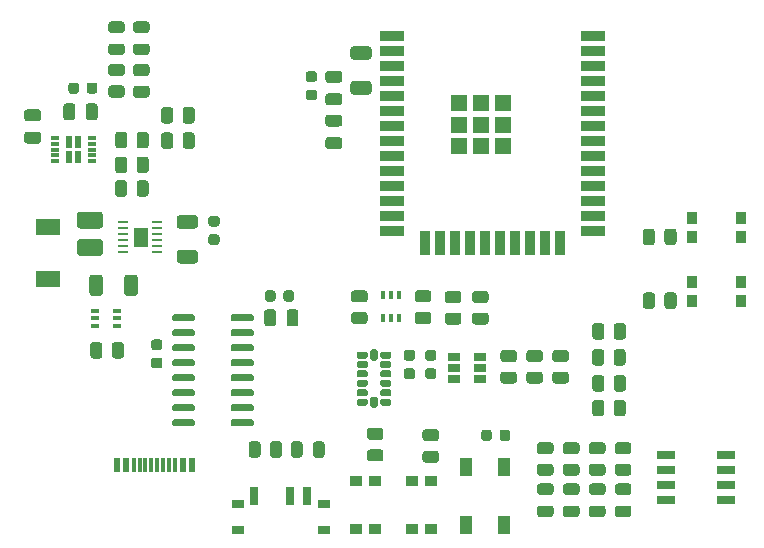
<source format=gbr>
%TF.GenerationSoftware,KiCad,Pcbnew,(5.1.12)-1*%
%TF.CreationDate,2021-12-17T12:12:49+01:00*%
%TF.ProjectId,ESP32-BOARD-V2.0,45535033-322d-4424-9f41-52442d56322e,rev?*%
%TF.SameCoordinates,Original*%
%TF.FileFunction,Paste,Top*%
%TF.FilePolarity,Positive*%
%FSLAX46Y46*%
G04 Gerber Fmt 4.6, Leading zero omitted, Abs format (unit mm)*
G04 Created by KiCad (PCBNEW (5.1.12)-1) date 2021-12-17 12:12:49*
%MOMM*%
%LPD*%
G01*
G04 APERTURE LIST*
%ADD10C,0.010000*%
%ADD11R,0.600000X1.050000*%
%ADD12R,0.650000X0.300000*%
%ADD13R,1.000000X0.900000*%
%ADD14R,0.400000X0.650000*%
%ADD15R,1.600000X0.760000*%
%ADD16R,0.900000X1.000000*%
%ADD17R,1.330000X1.330000*%
%ADD18R,0.900000X2.000000*%
%ADD19R,2.000000X0.900000*%
%ADD20R,1.060000X0.650000*%
%ADD21R,0.840000X0.270000*%
%ADD22R,1.000000X0.800000*%
%ADD23R,0.700000X1.500000*%
%ADD24R,0.650000X0.400000*%
%ADD25R,0.300000X1.150000*%
%ADD26R,0.600000X1.150000*%
%ADD27R,2.100000X1.400000*%
%ADD28R,1.000000X1.500000*%
G04 APERTURE END LIST*
D10*
%TO.C,U4*%
G36*
X100760000Y-81310000D02*
G01*
X101840000Y-81310000D01*
X101840000Y-82890000D01*
X100760000Y-82890000D01*
X100760000Y-81310000D01*
G37*
X100760000Y-81310000D02*
X101840000Y-81310000D01*
X101840000Y-82890000D01*
X100760000Y-82890000D01*
X100760000Y-81310000D01*
%TD*%
%TO.C,C16*%
G36*
G01*
X96125000Y-69250000D02*
X96125000Y-69750000D01*
G75*
G02*
X95900000Y-69975000I-225000J0D01*
G01*
X95450000Y-69975000D01*
G75*
G02*
X95225000Y-69750000I0J225000D01*
G01*
X95225000Y-69250000D01*
G75*
G02*
X95450000Y-69025000I225000J0D01*
G01*
X95900000Y-69025000D01*
G75*
G02*
X96125000Y-69250000I0J-225000D01*
G01*
G37*
G36*
G01*
X97675000Y-69250000D02*
X97675000Y-69750000D01*
G75*
G02*
X97450000Y-69975000I-225000J0D01*
G01*
X97000000Y-69975000D01*
G75*
G02*
X96775000Y-69750000I0J225000D01*
G01*
X96775000Y-69250000D01*
G75*
G02*
X97000000Y-69025000I225000J0D01*
G01*
X97450000Y-69025000D01*
G75*
G02*
X97675000Y-69250000I0J-225000D01*
G01*
G37*
%TD*%
%TO.C,U6*%
G36*
G01*
X108950000Y-89105000D02*
X108950000Y-88805000D01*
G75*
G02*
X109100000Y-88655000I150000J0D01*
G01*
X110750000Y-88655000D01*
G75*
G02*
X110900000Y-88805000I0J-150000D01*
G01*
X110900000Y-89105000D01*
G75*
G02*
X110750000Y-89255000I-150000J0D01*
G01*
X109100000Y-89255000D01*
G75*
G02*
X108950000Y-89105000I0J150000D01*
G01*
G37*
G36*
G01*
X108950000Y-90375000D02*
X108950000Y-90075000D01*
G75*
G02*
X109100000Y-89925000I150000J0D01*
G01*
X110750000Y-89925000D01*
G75*
G02*
X110900000Y-90075000I0J-150000D01*
G01*
X110900000Y-90375000D01*
G75*
G02*
X110750000Y-90525000I-150000J0D01*
G01*
X109100000Y-90525000D01*
G75*
G02*
X108950000Y-90375000I0J150000D01*
G01*
G37*
G36*
G01*
X108950000Y-91645000D02*
X108950000Y-91345000D01*
G75*
G02*
X109100000Y-91195000I150000J0D01*
G01*
X110750000Y-91195000D01*
G75*
G02*
X110900000Y-91345000I0J-150000D01*
G01*
X110900000Y-91645000D01*
G75*
G02*
X110750000Y-91795000I-150000J0D01*
G01*
X109100000Y-91795000D01*
G75*
G02*
X108950000Y-91645000I0J150000D01*
G01*
G37*
G36*
G01*
X108950000Y-92915000D02*
X108950000Y-92615000D01*
G75*
G02*
X109100000Y-92465000I150000J0D01*
G01*
X110750000Y-92465000D01*
G75*
G02*
X110900000Y-92615000I0J-150000D01*
G01*
X110900000Y-92915000D01*
G75*
G02*
X110750000Y-93065000I-150000J0D01*
G01*
X109100000Y-93065000D01*
G75*
G02*
X108950000Y-92915000I0J150000D01*
G01*
G37*
G36*
G01*
X108950000Y-94185000D02*
X108950000Y-93885000D01*
G75*
G02*
X109100000Y-93735000I150000J0D01*
G01*
X110750000Y-93735000D01*
G75*
G02*
X110900000Y-93885000I0J-150000D01*
G01*
X110900000Y-94185000D01*
G75*
G02*
X110750000Y-94335000I-150000J0D01*
G01*
X109100000Y-94335000D01*
G75*
G02*
X108950000Y-94185000I0J150000D01*
G01*
G37*
G36*
G01*
X108950000Y-95455000D02*
X108950000Y-95155000D01*
G75*
G02*
X109100000Y-95005000I150000J0D01*
G01*
X110750000Y-95005000D01*
G75*
G02*
X110900000Y-95155000I0J-150000D01*
G01*
X110900000Y-95455000D01*
G75*
G02*
X110750000Y-95605000I-150000J0D01*
G01*
X109100000Y-95605000D01*
G75*
G02*
X108950000Y-95455000I0J150000D01*
G01*
G37*
G36*
G01*
X108950000Y-96725000D02*
X108950000Y-96425000D01*
G75*
G02*
X109100000Y-96275000I150000J0D01*
G01*
X110750000Y-96275000D01*
G75*
G02*
X110900000Y-96425000I0J-150000D01*
G01*
X110900000Y-96725000D01*
G75*
G02*
X110750000Y-96875000I-150000J0D01*
G01*
X109100000Y-96875000D01*
G75*
G02*
X108950000Y-96725000I0J150000D01*
G01*
G37*
G36*
G01*
X108950000Y-97995000D02*
X108950000Y-97695000D01*
G75*
G02*
X109100000Y-97545000I150000J0D01*
G01*
X110750000Y-97545000D01*
G75*
G02*
X110900000Y-97695000I0J-150000D01*
G01*
X110900000Y-97995000D01*
G75*
G02*
X110750000Y-98145000I-150000J0D01*
G01*
X109100000Y-98145000D01*
G75*
G02*
X108950000Y-97995000I0J150000D01*
G01*
G37*
G36*
G01*
X104000000Y-97995000D02*
X104000000Y-97695000D01*
G75*
G02*
X104150000Y-97545000I150000J0D01*
G01*
X105800000Y-97545000D01*
G75*
G02*
X105950000Y-97695000I0J-150000D01*
G01*
X105950000Y-97995000D01*
G75*
G02*
X105800000Y-98145000I-150000J0D01*
G01*
X104150000Y-98145000D01*
G75*
G02*
X104000000Y-97995000I0J150000D01*
G01*
G37*
G36*
G01*
X104000000Y-96725000D02*
X104000000Y-96425000D01*
G75*
G02*
X104150000Y-96275000I150000J0D01*
G01*
X105800000Y-96275000D01*
G75*
G02*
X105950000Y-96425000I0J-150000D01*
G01*
X105950000Y-96725000D01*
G75*
G02*
X105800000Y-96875000I-150000J0D01*
G01*
X104150000Y-96875000D01*
G75*
G02*
X104000000Y-96725000I0J150000D01*
G01*
G37*
G36*
G01*
X104000000Y-95455000D02*
X104000000Y-95155000D01*
G75*
G02*
X104150000Y-95005000I150000J0D01*
G01*
X105800000Y-95005000D01*
G75*
G02*
X105950000Y-95155000I0J-150000D01*
G01*
X105950000Y-95455000D01*
G75*
G02*
X105800000Y-95605000I-150000J0D01*
G01*
X104150000Y-95605000D01*
G75*
G02*
X104000000Y-95455000I0J150000D01*
G01*
G37*
G36*
G01*
X104000000Y-94185000D02*
X104000000Y-93885000D01*
G75*
G02*
X104150000Y-93735000I150000J0D01*
G01*
X105800000Y-93735000D01*
G75*
G02*
X105950000Y-93885000I0J-150000D01*
G01*
X105950000Y-94185000D01*
G75*
G02*
X105800000Y-94335000I-150000J0D01*
G01*
X104150000Y-94335000D01*
G75*
G02*
X104000000Y-94185000I0J150000D01*
G01*
G37*
G36*
G01*
X104000000Y-92915000D02*
X104000000Y-92615000D01*
G75*
G02*
X104150000Y-92465000I150000J0D01*
G01*
X105800000Y-92465000D01*
G75*
G02*
X105950000Y-92615000I0J-150000D01*
G01*
X105950000Y-92915000D01*
G75*
G02*
X105800000Y-93065000I-150000J0D01*
G01*
X104150000Y-93065000D01*
G75*
G02*
X104000000Y-92915000I0J150000D01*
G01*
G37*
G36*
G01*
X104000000Y-91645000D02*
X104000000Y-91345000D01*
G75*
G02*
X104150000Y-91195000I150000J0D01*
G01*
X105800000Y-91195000D01*
G75*
G02*
X105950000Y-91345000I0J-150000D01*
G01*
X105950000Y-91645000D01*
G75*
G02*
X105800000Y-91795000I-150000J0D01*
G01*
X104150000Y-91795000D01*
G75*
G02*
X104000000Y-91645000I0J150000D01*
G01*
G37*
G36*
G01*
X104000000Y-90375000D02*
X104000000Y-90075000D01*
G75*
G02*
X104150000Y-89925000I150000J0D01*
G01*
X105800000Y-89925000D01*
G75*
G02*
X105950000Y-90075000I0J-150000D01*
G01*
X105950000Y-90375000D01*
G75*
G02*
X105800000Y-90525000I-150000J0D01*
G01*
X104150000Y-90525000D01*
G75*
G02*
X104000000Y-90375000I0J150000D01*
G01*
G37*
G36*
G01*
X104000000Y-89105000D02*
X104000000Y-88805000D01*
G75*
G02*
X104150000Y-88655000I150000J0D01*
G01*
X105800000Y-88655000D01*
G75*
G02*
X105950000Y-88805000I0J-150000D01*
G01*
X105950000Y-89105000D01*
G75*
G02*
X105800000Y-89255000I-150000J0D01*
G01*
X104150000Y-89255000D01*
G75*
G02*
X104000000Y-89105000I0J150000D01*
G01*
G37*
%TD*%
D11*
%TO.C,U1*%
X96062500Y-75320000D03*
X95287500Y-75320000D03*
X95287500Y-74080000D03*
X96062500Y-74080000D03*
D12*
X97225000Y-73700000D03*
X97225000Y-74200000D03*
X97225000Y-74700000D03*
X97225000Y-75200000D03*
X97225000Y-75700000D03*
X94125000Y-75700000D03*
X94125000Y-75200000D03*
X94125000Y-74700000D03*
X94125000Y-74200000D03*
X94125000Y-73700000D03*
%TD*%
D13*
%TO.C,SW2*%
X125900000Y-102750000D03*
X124300000Y-102750000D03*
X125900000Y-106850000D03*
X124300000Y-106850000D03*
%TD*%
%TO.C,SW1*%
X121200000Y-102750000D03*
X119600000Y-102750000D03*
X121200000Y-106850000D03*
X119600000Y-106850000D03*
%TD*%
%TO.C,R22*%
G36*
G01*
X125700001Y-87650000D02*
X124799999Y-87650000D01*
G75*
G02*
X124550000Y-87400001I0J249999D01*
G01*
X124550000Y-86874999D01*
G75*
G02*
X124799999Y-86625000I249999J0D01*
G01*
X125700001Y-86625000D01*
G75*
G02*
X125950000Y-86874999I0J-249999D01*
G01*
X125950000Y-87400001D01*
G75*
G02*
X125700001Y-87650000I-249999J0D01*
G01*
G37*
G36*
G01*
X125700001Y-89475000D02*
X124799999Y-89475000D01*
G75*
G02*
X124550000Y-89225001I0J249999D01*
G01*
X124550000Y-88699999D01*
G75*
G02*
X124799999Y-88450000I249999J0D01*
G01*
X125700001Y-88450000D01*
G75*
G02*
X125950000Y-88699999I0J-249999D01*
G01*
X125950000Y-89225001D01*
G75*
G02*
X125700001Y-89475000I-249999J0D01*
G01*
G37*
%TD*%
%TO.C,R20*%
G36*
G01*
X119399999Y-88450000D02*
X120300001Y-88450000D01*
G75*
G02*
X120550000Y-88699999I0J-249999D01*
G01*
X120550000Y-89225001D01*
G75*
G02*
X120300001Y-89475000I-249999J0D01*
G01*
X119399999Y-89475000D01*
G75*
G02*
X119150000Y-89225001I0J249999D01*
G01*
X119150000Y-88699999D01*
G75*
G02*
X119399999Y-88450000I249999J0D01*
G01*
G37*
G36*
G01*
X119399999Y-86625000D02*
X120300001Y-86625000D01*
G75*
G02*
X120550000Y-86874999I0J-249999D01*
G01*
X120550000Y-87400001D01*
G75*
G02*
X120300001Y-87650000I-249999J0D01*
G01*
X119399999Y-87650000D01*
G75*
G02*
X119150000Y-87400001I0J249999D01*
G01*
X119150000Y-86874999D01*
G75*
G02*
X119399999Y-86625000I249999J0D01*
G01*
G37*
%TD*%
D14*
%TO.C,Q1*%
X123200000Y-88950000D03*
X121900000Y-88950000D03*
X122550000Y-87050000D03*
X122550000Y-88950000D03*
X121900000Y-87050000D03*
X123200000Y-87050000D03*
%TD*%
D15*
%TO.C,J9*%
X150940000Y-100595000D03*
X145860000Y-104405000D03*
X150940000Y-101865000D03*
X145860000Y-103135000D03*
X150940000Y-103135000D03*
X145860000Y-101865000D03*
X150940000Y-104405000D03*
X145860000Y-100595000D03*
%TD*%
%TO.C,C15*%
G36*
G01*
X112800000Y-88475000D02*
X112800000Y-89425000D01*
G75*
G02*
X112550000Y-89675000I-250000J0D01*
G01*
X112050000Y-89675000D01*
G75*
G02*
X111800000Y-89425000I0J250000D01*
G01*
X111800000Y-88475000D01*
G75*
G02*
X112050000Y-88225000I250000J0D01*
G01*
X112550000Y-88225000D01*
G75*
G02*
X112800000Y-88475000I0J-250000D01*
G01*
G37*
G36*
G01*
X114700000Y-88475000D02*
X114700000Y-89425000D01*
G75*
G02*
X114450000Y-89675000I-250000J0D01*
G01*
X113950000Y-89675000D01*
G75*
G02*
X113700000Y-89425000I0J250000D01*
G01*
X113700000Y-88475000D01*
G75*
G02*
X113950000Y-88225000I250000J0D01*
G01*
X114450000Y-88225000D01*
G75*
G02*
X114700000Y-88475000I0J-250000D01*
G01*
G37*
%TD*%
%TO.C,C14*%
G36*
G01*
X113425000Y-87350000D02*
X113425000Y-86850000D01*
G75*
G02*
X113650000Y-86625000I225000J0D01*
G01*
X114100000Y-86625000D01*
G75*
G02*
X114325000Y-86850000I0J-225000D01*
G01*
X114325000Y-87350000D01*
G75*
G02*
X114100000Y-87575000I-225000J0D01*
G01*
X113650000Y-87575000D01*
G75*
G02*
X113425000Y-87350000I0J225000D01*
G01*
G37*
G36*
G01*
X111875000Y-87350000D02*
X111875000Y-86850000D01*
G75*
G02*
X112100000Y-86625000I225000J0D01*
G01*
X112550000Y-86625000D01*
G75*
G02*
X112775000Y-86850000I0J-225000D01*
G01*
X112775000Y-87350000D01*
G75*
G02*
X112550000Y-87575000I-225000J0D01*
G01*
X112100000Y-87575000D01*
G75*
G02*
X111875000Y-87350000I0J225000D01*
G01*
G37*
%TD*%
%TO.C,C13*%
G36*
G01*
X102450000Y-92325000D02*
X102950000Y-92325000D01*
G75*
G02*
X103175000Y-92550000I0J-225000D01*
G01*
X103175000Y-93000000D01*
G75*
G02*
X102950000Y-93225000I-225000J0D01*
G01*
X102450000Y-93225000D01*
G75*
G02*
X102225000Y-93000000I0J225000D01*
G01*
X102225000Y-92550000D01*
G75*
G02*
X102450000Y-92325000I225000J0D01*
G01*
G37*
G36*
G01*
X102450000Y-90775000D02*
X102950000Y-90775000D01*
G75*
G02*
X103175000Y-91000000I0J-225000D01*
G01*
X103175000Y-91450000D01*
G75*
G02*
X102950000Y-91675000I-225000J0D01*
G01*
X102450000Y-91675000D01*
G75*
G02*
X102225000Y-91450000I0J225000D01*
G01*
X102225000Y-91000000D01*
G75*
G02*
X102450000Y-90775000I225000J0D01*
G01*
G37*
%TD*%
%TO.C,C12*%
G36*
G01*
X118175000Y-69050000D02*
X117225000Y-69050000D01*
G75*
G02*
X116975000Y-68800000I0J250000D01*
G01*
X116975000Y-68300000D01*
G75*
G02*
X117225000Y-68050000I250000J0D01*
G01*
X118175000Y-68050000D01*
G75*
G02*
X118425000Y-68300000I0J-250000D01*
G01*
X118425000Y-68800000D01*
G75*
G02*
X118175000Y-69050000I-250000J0D01*
G01*
G37*
G36*
G01*
X118175000Y-70950000D02*
X117225000Y-70950000D01*
G75*
G02*
X116975000Y-70700000I0J250000D01*
G01*
X116975000Y-70200000D01*
G75*
G02*
X117225000Y-69950000I250000J0D01*
G01*
X118175000Y-69950000D01*
G75*
G02*
X118425000Y-70200000I0J-250000D01*
G01*
X118425000Y-70700000D01*
G75*
G02*
X118175000Y-70950000I-250000J0D01*
G01*
G37*
%TD*%
%TO.C,C11*%
G36*
G01*
X115550000Y-69625000D02*
X116050000Y-69625000D01*
G75*
G02*
X116275000Y-69850000I0J-225000D01*
G01*
X116275000Y-70300000D01*
G75*
G02*
X116050000Y-70525000I-225000J0D01*
G01*
X115550000Y-70525000D01*
G75*
G02*
X115325000Y-70300000I0J225000D01*
G01*
X115325000Y-69850000D01*
G75*
G02*
X115550000Y-69625000I225000J0D01*
G01*
G37*
G36*
G01*
X115550000Y-68075000D02*
X116050000Y-68075000D01*
G75*
G02*
X116275000Y-68300000I0J-225000D01*
G01*
X116275000Y-68750000D01*
G75*
G02*
X116050000Y-68975000I-225000J0D01*
G01*
X115550000Y-68975000D01*
G75*
G02*
X115325000Y-68750000I0J225000D01*
G01*
X115325000Y-68300000D01*
G75*
G02*
X115550000Y-68075000I225000J0D01*
G01*
G37*
%TD*%
%TO.C,C10*%
G36*
G01*
X120650001Y-67100000D02*
X119349999Y-67100000D01*
G75*
G02*
X119100000Y-66850001I0J249999D01*
G01*
X119100000Y-66199999D01*
G75*
G02*
X119349999Y-65950000I249999J0D01*
G01*
X120650001Y-65950000D01*
G75*
G02*
X120900000Y-66199999I0J-249999D01*
G01*
X120900000Y-66850001D01*
G75*
G02*
X120650001Y-67100000I-249999J0D01*
G01*
G37*
G36*
G01*
X120650001Y-70050000D02*
X119349999Y-70050000D01*
G75*
G02*
X119100000Y-69800001I0J249999D01*
G01*
X119100000Y-69149999D01*
G75*
G02*
X119349999Y-68900000I249999J0D01*
G01*
X120650001Y-68900000D01*
G75*
G02*
X120900000Y-69149999I0J-249999D01*
G01*
X120900000Y-69800001D01*
G75*
G02*
X120650001Y-70050000I-249999J0D01*
G01*
G37*
%TD*%
%TO.C,C4*%
G36*
G01*
X118175000Y-72750000D02*
X117225000Y-72750000D01*
G75*
G02*
X116975000Y-72500000I0J250000D01*
G01*
X116975000Y-72000000D01*
G75*
G02*
X117225000Y-71750000I250000J0D01*
G01*
X118175000Y-71750000D01*
G75*
G02*
X118425000Y-72000000I0J-250000D01*
G01*
X118425000Y-72500000D01*
G75*
G02*
X118175000Y-72750000I-250000J0D01*
G01*
G37*
G36*
G01*
X118175000Y-74650000D02*
X117225000Y-74650000D01*
G75*
G02*
X116975000Y-74400000I0J250000D01*
G01*
X116975000Y-73900000D01*
G75*
G02*
X117225000Y-73650000I250000J0D01*
G01*
X118175000Y-73650000D01*
G75*
G02*
X118425000Y-73900000I0J-250000D01*
G01*
X118425000Y-74400000D01*
G75*
G02*
X118175000Y-74650000I-250000J0D01*
G01*
G37*
%TD*%
D16*
%TO.C,B2*%
X152150000Y-87500000D03*
X152150000Y-85900000D03*
X148050000Y-87500000D03*
X148050000Y-85900000D03*
%TD*%
%TO.C,B1*%
X152150000Y-82100000D03*
X152150000Y-80500000D03*
X148050000Y-82100000D03*
X148050000Y-80500000D03*
%TD*%
%TO.C,R11*%
G36*
G01*
X101000000Y-78450001D02*
X101000000Y-77549999D01*
G75*
G02*
X101249999Y-77300000I249999J0D01*
G01*
X101775001Y-77300000D01*
G75*
G02*
X102025000Y-77549999I0J-249999D01*
G01*
X102025000Y-78450001D01*
G75*
G02*
X101775001Y-78700000I-249999J0D01*
G01*
X101249999Y-78700000D01*
G75*
G02*
X101000000Y-78450001I0J249999D01*
G01*
G37*
G36*
G01*
X99175000Y-78450001D02*
X99175000Y-77549999D01*
G75*
G02*
X99424999Y-77300000I249999J0D01*
G01*
X99950001Y-77300000D01*
G75*
G02*
X100200000Y-77549999I0J-249999D01*
G01*
X100200000Y-78450001D01*
G75*
G02*
X99950001Y-78700000I-249999J0D01*
G01*
X99424999Y-78700000D01*
G75*
G02*
X99175000Y-78450001I0J249999D01*
G01*
G37*
%TD*%
%TO.C,R10*%
G36*
G01*
X101000000Y-76450001D02*
X101000000Y-75549999D01*
G75*
G02*
X101249999Y-75300000I249999J0D01*
G01*
X101775001Y-75300000D01*
G75*
G02*
X102025000Y-75549999I0J-249999D01*
G01*
X102025000Y-76450001D01*
G75*
G02*
X101775001Y-76700000I-249999J0D01*
G01*
X101249999Y-76700000D01*
G75*
G02*
X101000000Y-76450001I0J249999D01*
G01*
G37*
G36*
G01*
X99175000Y-76450001D02*
X99175000Y-75549999D01*
G75*
G02*
X99424999Y-75300000I249999J0D01*
G01*
X99950001Y-75300000D01*
G75*
G02*
X100200000Y-75549999I0J-249999D01*
G01*
X100200000Y-76450001D01*
G75*
G02*
X99950001Y-76700000I-249999J0D01*
G01*
X99424999Y-76700000D01*
G75*
G02*
X99175000Y-76450001I0J249999D01*
G01*
G37*
%TD*%
%TO.C,R6*%
G36*
G01*
X104900000Y-74400001D02*
X104900000Y-73499999D01*
G75*
G02*
X105149999Y-73250000I249999J0D01*
G01*
X105675001Y-73250000D01*
G75*
G02*
X105925000Y-73499999I0J-249999D01*
G01*
X105925000Y-74400001D01*
G75*
G02*
X105675001Y-74650000I-249999J0D01*
G01*
X105149999Y-74650000D01*
G75*
G02*
X104900000Y-74400001I0J249999D01*
G01*
G37*
G36*
G01*
X103075000Y-74400001D02*
X103075000Y-73499999D01*
G75*
G02*
X103324999Y-73250000I249999J0D01*
G01*
X103850001Y-73250000D01*
G75*
G02*
X104100000Y-73499999I0J-249999D01*
G01*
X104100000Y-74400001D01*
G75*
G02*
X103850001Y-74650000I-249999J0D01*
G01*
X103324999Y-74650000D01*
G75*
G02*
X103075000Y-74400001I0J249999D01*
G01*
G37*
%TD*%
%TO.C,R5*%
G36*
G01*
X104100000Y-71349999D02*
X104100000Y-72250001D01*
G75*
G02*
X103850001Y-72500000I-249999J0D01*
G01*
X103324999Y-72500000D01*
G75*
G02*
X103075000Y-72250001I0J249999D01*
G01*
X103075000Y-71349999D01*
G75*
G02*
X103324999Y-71100000I249999J0D01*
G01*
X103850001Y-71100000D01*
G75*
G02*
X104100000Y-71349999I0J-249999D01*
G01*
G37*
G36*
G01*
X105925000Y-71349999D02*
X105925000Y-72250001D01*
G75*
G02*
X105675001Y-72500000I-249999J0D01*
G01*
X105149999Y-72500000D01*
G75*
G02*
X104900000Y-72250001I0J249999D01*
G01*
X104900000Y-71349999D01*
G75*
G02*
X105149999Y-71100000I249999J0D01*
G01*
X105675001Y-71100000D01*
G75*
G02*
X105925000Y-71349999I0J-249999D01*
G01*
G37*
%TD*%
%TO.C,R14*%
G36*
G01*
X144887500Y-81649999D02*
X144887500Y-82550001D01*
G75*
G02*
X144637501Y-82800000I-249999J0D01*
G01*
X144112499Y-82800000D01*
G75*
G02*
X143862500Y-82550001I0J249999D01*
G01*
X143862500Y-81649999D01*
G75*
G02*
X144112499Y-81400000I249999J0D01*
G01*
X144637501Y-81400000D01*
G75*
G02*
X144887500Y-81649999I0J-249999D01*
G01*
G37*
G36*
G01*
X146712500Y-81649999D02*
X146712500Y-82550001D01*
G75*
G02*
X146462501Y-82800000I-249999J0D01*
G01*
X145937499Y-82800000D01*
G75*
G02*
X145687500Y-82550001I0J249999D01*
G01*
X145687500Y-81649999D01*
G75*
G02*
X145937499Y-81400000I249999J0D01*
G01*
X146462501Y-81400000D01*
G75*
G02*
X146712500Y-81649999I0J-249999D01*
G01*
G37*
%TD*%
%TO.C,R12*%
G36*
G01*
X144887500Y-87049999D02*
X144887500Y-87950001D01*
G75*
G02*
X144637501Y-88200000I-249999J0D01*
G01*
X144112499Y-88200000D01*
G75*
G02*
X143862500Y-87950001I0J249999D01*
G01*
X143862500Y-87049999D01*
G75*
G02*
X144112499Y-86800000I249999J0D01*
G01*
X144637501Y-86800000D01*
G75*
G02*
X144887500Y-87049999I0J-249999D01*
G01*
G37*
G36*
G01*
X146712500Y-87049999D02*
X146712500Y-87950001D01*
G75*
G02*
X146462501Y-88200000I-249999J0D01*
G01*
X145937499Y-88200000D01*
G75*
G02*
X145687500Y-87950001I0J249999D01*
G01*
X145687500Y-87049999D01*
G75*
G02*
X145937499Y-86800000I249999J0D01*
G01*
X146462501Y-86800000D01*
G75*
G02*
X146712500Y-87049999I0J-249999D01*
G01*
G37*
%TD*%
%TO.C,TH1*%
G36*
G01*
X130550001Y-87700000D02*
X129649999Y-87700000D01*
G75*
G02*
X129400000Y-87450001I0J249999D01*
G01*
X129400000Y-86924999D01*
G75*
G02*
X129649999Y-86675000I249999J0D01*
G01*
X130550001Y-86675000D01*
G75*
G02*
X130800000Y-86924999I0J-249999D01*
G01*
X130800000Y-87450001D01*
G75*
G02*
X130550001Y-87700000I-249999J0D01*
G01*
G37*
G36*
G01*
X130550001Y-89525000D02*
X129649999Y-89525000D01*
G75*
G02*
X129400000Y-89275001I0J249999D01*
G01*
X129400000Y-88749999D01*
G75*
G02*
X129649999Y-88500000I249999J0D01*
G01*
X130550001Y-88500000D01*
G75*
G02*
X130800000Y-88749999I0J-249999D01*
G01*
X130800000Y-89275001D01*
G75*
G02*
X130550001Y-89525000I-249999J0D01*
G01*
G37*
%TD*%
%TO.C,R21*%
G36*
G01*
X127349999Y-88500000D02*
X128250001Y-88500000D01*
G75*
G02*
X128500000Y-88749999I0J-249999D01*
G01*
X128500000Y-89275001D01*
G75*
G02*
X128250001Y-89525000I-249999J0D01*
G01*
X127349999Y-89525000D01*
G75*
G02*
X127100000Y-89275001I0J249999D01*
G01*
X127100000Y-88749999D01*
G75*
G02*
X127349999Y-88500000I249999J0D01*
G01*
G37*
G36*
G01*
X127349999Y-86675000D02*
X128250001Y-86675000D01*
G75*
G02*
X128500000Y-86924999I0J-249999D01*
G01*
X128500000Y-87450001D01*
G75*
G02*
X128250001Y-87700000I-249999J0D01*
G01*
X127349999Y-87700000D01*
G75*
G02*
X127100000Y-87450001I0J249999D01*
G01*
X127100000Y-86924999D01*
G75*
G02*
X127349999Y-86675000I249999J0D01*
G01*
G37*
%TD*%
%TO.C,R17*%
G36*
G01*
X140600000Y-96149999D02*
X140600000Y-97050001D01*
G75*
G02*
X140350001Y-97300000I-249999J0D01*
G01*
X139824999Y-97300000D01*
G75*
G02*
X139575000Y-97050001I0J249999D01*
G01*
X139575000Y-96149999D01*
G75*
G02*
X139824999Y-95900000I249999J0D01*
G01*
X140350001Y-95900000D01*
G75*
G02*
X140600000Y-96149999I0J-249999D01*
G01*
G37*
G36*
G01*
X142425000Y-96149999D02*
X142425000Y-97050001D01*
G75*
G02*
X142175001Y-97300000I-249999J0D01*
G01*
X141649999Y-97300000D01*
G75*
G02*
X141400000Y-97050001I0J249999D01*
G01*
X141400000Y-96149999D01*
G75*
G02*
X141649999Y-95900000I249999J0D01*
G01*
X142175001Y-95900000D01*
G75*
G02*
X142425000Y-96149999I0J-249999D01*
G01*
G37*
%TD*%
%TO.C,R16*%
G36*
G01*
X140600000Y-94049999D02*
X140600000Y-94950001D01*
G75*
G02*
X140350001Y-95200000I-249999J0D01*
G01*
X139824999Y-95200000D01*
G75*
G02*
X139575000Y-94950001I0J249999D01*
G01*
X139575000Y-94049999D01*
G75*
G02*
X139824999Y-93800000I249999J0D01*
G01*
X140350001Y-93800000D01*
G75*
G02*
X140600000Y-94049999I0J-249999D01*
G01*
G37*
G36*
G01*
X142425000Y-94049999D02*
X142425000Y-94950001D01*
G75*
G02*
X142175001Y-95200000I-249999J0D01*
G01*
X141649999Y-95200000D01*
G75*
G02*
X141400000Y-94950001I0J249999D01*
G01*
X141400000Y-94049999D01*
G75*
G02*
X141649999Y-93800000I249999J0D01*
G01*
X142175001Y-93800000D01*
G75*
G02*
X142425000Y-94049999I0J-249999D01*
G01*
G37*
%TD*%
%TO.C,R15*%
G36*
G01*
X140587500Y-91849999D02*
X140587500Y-92750001D01*
G75*
G02*
X140337501Y-93000000I-249999J0D01*
G01*
X139812499Y-93000000D01*
G75*
G02*
X139562500Y-92750001I0J249999D01*
G01*
X139562500Y-91849999D01*
G75*
G02*
X139812499Y-91600000I249999J0D01*
G01*
X140337501Y-91600000D01*
G75*
G02*
X140587500Y-91849999I0J-249999D01*
G01*
G37*
G36*
G01*
X142412500Y-91849999D02*
X142412500Y-92750001D01*
G75*
G02*
X142162501Y-93000000I-249999J0D01*
G01*
X141637499Y-93000000D01*
G75*
G02*
X141387500Y-92750001I0J249999D01*
G01*
X141387500Y-91849999D01*
G75*
G02*
X141637499Y-91600000I249999J0D01*
G01*
X142162501Y-91600000D01*
G75*
G02*
X142412500Y-91849999I0J-249999D01*
G01*
G37*
%TD*%
%TO.C,R13*%
G36*
G01*
X140600000Y-89649999D02*
X140600000Y-90550001D01*
G75*
G02*
X140350001Y-90800000I-249999J0D01*
G01*
X139824999Y-90800000D01*
G75*
G02*
X139575000Y-90550001I0J249999D01*
G01*
X139575000Y-89649999D01*
G75*
G02*
X139824999Y-89400000I249999J0D01*
G01*
X140350001Y-89400000D01*
G75*
G02*
X140600000Y-89649999I0J-249999D01*
G01*
G37*
G36*
G01*
X142425000Y-89649999D02*
X142425000Y-90550001D01*
G75*
G02*
X142175001Y-90800000I-249999J0D01*
G01*
X141649999Y-90800000D01*
G75*
G02*
X141400000Y-90550001I0J249999D01*
G01*
X141400000Y-89649999D01*
G75*
G02*
X141649999Y-89400000I249999J0D01*
G01*
X142175001Y-89400000D01*
G75*
G02*
X142425000Y-89649999I0J-249999D01*
G01*
G37*
%TD*%
%TO.C,R27*%
G36*
G01*
X111500000Y-99649999D02*
X111500000Y-100550001D01*
G75*
G02*
X111250001Y-100800000I-249999J0D01*
G01*
X110724999Y-100800000D01*
G75*
G02*
X110475000Y-100550001I0J249999D01*
G01*
X110475000Y-99649999D01*
G75*
G02*
X110724999Y-99400000I249999J0D01*
G01*
X111250001Y-99400000D01*
G75*
G02*
X111500000Y-99649999I0J-249999D01*
G01*
G37*
G36*
G01*
X113325000Y-99649999D02*
X113325000Y-100550001D01*
G75*
G02*
X113075001Y-100800000I-249999J0D01*
G01*
X112549999Y-100800000D01*
G75*
G02*
X112300000Y-100550001I0J249999D01*
G01*
X112300000Y-99649999D01*
G75*
G02*
X112549999Y-99400000I249999J0D01*
G01*
X113075001Y-99400000D01*
G75*
G02*
X113325000Y-99649999I0J-249999D01*
G01*
G37*
%TD*%
%TO.C,D9*%
G36*
G01*
X115950000Y-100556250D02*
X115950000Y-99643750D01*
G75*
G02*
X116193750Y-99400000I243750J0D01*
G01*
X116681250Y-99400000D01*
G75*
G02*
X116925000Y-99643750I0J-243750D01*
G01*
X116925000Y-100556250D01*
G75*
G02*
X116681250Y-100800000I-243750J0D01*
G01*
X116193750Y-100800000D01*
G75*
G02*
X115950000Y-100556250I0J243750D01*
G01*
G37*
G36*
G01*
X114075000Y-100556250D02*
X114075000Y-99643750D01*
G75*
G02*
X114318750Y-99400000I243750J0D01*
G01*
X114806250Y-99400000D01*
G75*
G02*
X115050000Y-99643750I0J-243750D01*
G01*
X115050000Y-100556250D01*
G75*
G02*
X114806250Y-100800000I-243750J0D01*
G01*
X114318750Y-100800000D01*
G75*
G02*
X114075000Y-100556250I0J243750D01*
G01*
G37*
%TD*%
%TO.C,C9*%
G36*
G01*
X107300000Y-81875000D02*
X107800000Y-81875000D01*
G75*
G02*
X108025000Y-82100000I0J-225000D01*
G01*
X108025000Y-82550000D01*
G75*
G02*
X107800000Y-82775000I-225000J0D01*
G01*
X107300000Y-82775000D01*
G75*
G02*
X107075000Y-82550000I0J225000D01*
G01*
X107075000Y-82100000D01*
G75*
G02*
X107300000Y-81875000I225000J0D01*
G01*
G37*
G36*
G01*
X107300000Y-80325000D02*
X107800000Y-80325000D01*
G75*
G02*
X108025000Y-80550000I0J-225000D01*
G01*
X108025000Y-81000000D01*
G75*
G02*
X107800000Y-81225000I-225000J0D01*
G01*
X107300000Y-81225000D01*
G75*
G02*
X107075000Y-81000000I0J225000D01*
G01*
X107075000Y-80550000D01*
G75*
G02*
X107300000Y-80325000I225000J0D01*
G01*
G37*
%TD*%
D17*
%TO.C,U2*%
X131985000Y-74425000D03*
X128315000Y-74425000D03*
X130150000Y-74425000D03*
X131985000Y-70755000D03*
X128315000Y-70755000D03*
X130150000Y-70755000D03*
X131985000Y-72590000D03*
X128315000Y-72590000D03*
X130150000Y-72590000D03*
D18*
X125435000Y-82600000D03*
X126705000Y-82600000D03*
X127975000Y-82600000D03*
X129245000Y-82600000D03*
X130515000Y-82600000D03*
X136865000Y-82600000D03*
X135595000Y-82600000D03*
X134325000Y-82600000D03*
X133055000Y-82600000D03*
X131785000Y-82600000D03*
D19*
X139650000Y-65090000D03*
X139650000Y-66360000D03*
X139650000Y-67630000D03*
X139650000Y-68900000D03*
X139650000Y-70170000D03*
X139650000Y-71440000D03*
X139650000Y-72710000D03*
X139650000Y-73980000D03*
X139650000Y-75250000D03*
X139650000Y-76520000D03*
X139650000Y-77790000D03*
X139650000Y-79060000D03*
X139650000Y-80330000D03*
X139650000Y-81600000D03*
X122650000Y-65090000D03*
X122650000Y-66360000D03*
X122650000Y-67630000D03*
X122650000Y-68900000D03*
X122650000Y-70170000D03*
X122650000Y-71440000D03*
X122650000Y-72710000D03*
X122650000Y-73980000D03*
X122650000Y-75250000D03*
X122650000Y-76520000D03*
X122650000Y-77790000D03*
X122650000Y-79060000D03*
X122650000Y-80330000D03*
X122650000Y-81600000D03*
%TD*%
D20*
%TO.C,U5*%
X130050000Y-93175000D03*
X130050000Y-92225000D03*
X130050000Y-94125000D03*
X127850000Y-94125000D03*
X127850000Y-93175000D03*
X127850000Y-92225000D03*
%TD*%
D21*
%TO.C,U4*%
X99855000Y-80850000D03*
X99855000Y-81350000D03*
X99855000Y-81850000D03*
X99855000Y-82350000D03*
X99855000Y-82850000D03*
X99855000Y-83350000D03*
X102745000Y-83350000D03*
X102745000Y-82850000D03*
X102745000Y-82350000D03*
X102745000Y-81850000D03*
X102745000Y-81350000D03*
X102745000Y-80850000D03*
%TD*%
%TO.C,U3*%
G36*
G01*
X121400000Y-95775000D02*
X121400000Y-96425000D01*
G75*
G02*
X121250000Y-96575000I-150000J0D01*
G01*
X120950000Y-96575000D01*
G75*
G02*
X120800000Y-96425000I0J150000D01*
G01*
X120800000Y-95775000D01*
G75*
G02*
X120950000Y-95625000I150000J0D01*
G01*
X121250000Y-95625000D01*
G75*
G02*
X121400000Y-95775000I0J-150000D01*
G01*
G37*
G36*
G01*
X120575000Y-95950000D02*
X120575000Y-96250000D01*
G75*
G02*
X120425000Y-96400000I-150000J0D01*
G01*
X119775000Y-96400000D01*
G75*
G02*
X119625000Y-96250000I0J150000D01*
G01*
X119625000Y-95950000D01*
G75*
G02*
X119775000Y-95800000I150000J0D01*
G01*
X120425000Y-95800000D01*
G75*
G02*
X120575000Y-95950000I0J-150000D01*
G01*
G37*
G36*
G01*
X120575000Y-95150000D02*
X120575000Y-95450000D01*
G75*
G02*
X120425000Y-95600000I-150000J0D01*
G01*
X119775000Y-95600000D01*
G75*
G02*
X119625000Y-95450000I0J150000D01*
G01*
X119625000Y-95150000D01*
G75*
G02*
X119775000Y-95000000I150000J0D01*
G01*
X120425000Y-95000000D01*
G75*
G02*
X120575000Y-95150000I0J-150000D01*
G01*
G37*
G36*
G01*
X120575000Y-94350000D02*
X120575000Y-94650000D01*
G75*
G02*
X120425000Y-94800000I-150000J0D01*
G01*
X119775000Y-94800000D01*
G75*
G02*
X119625000Y-94650000I0J150000D01*
G01*
X119625000Y-94350000D01*
G75*
G02*
X119775000Y-94200000I150000J0D01*
G01*
X120425000Y-94200000D01*
G75*
G02*
X120575000Y-94350000I0J-150000D01*
G01*
G37*
G36*
G01*
X120575000Y-93550000D02*
X120575000Y-93850000D01*
G75*
G02*
X120425000Y-94000000I-150000J0D01*
G01*
X119775000Y-94000000D01*
G75*
G02*
X119625000Y-93850000I0J150000D01*
G01*
X119625000Y-93550000D01*
G75*
G02*
X119775000Y-93400000I150000J0D01*
G01*
X120425000Y-93400000D01*
G75*
G02*
X120575000Y-93550000I0J-150000D01*
G01*
G37*
G36*
G01*
X120575000Y-92750000D02*
X120575000Y-93050000D01*
G75*
G02*
X120425000Y-93200000I-150000J0D01*
G01*
X119775000Y-93200000D01*
G75*
G02*
X119625000Y-93050000I0J150000D01*
G01*
X119625000Y-92750000D01*
G75*
G02*
X119775000Y-92600000I150000J0D01*
G01*
X120425000Y-92600000D01*
G75*
G02*
X120575000Y-92750000I0J-150000D01*
G01*
G37*
G36*
G01*
X120575000Y-91950000D02*
X120575000Y-92250000D01*
G75*
G02*
X120425000Y-92400000I-150000J0D01*
G01*
X119775000Y-92400000D01*
G75*
G02*
X119625000Y-92250000I0J150000D01*
G01*
X119625000Y-91950000D01*
G75*
G02*
X119775000Y-91800000I150000J0D01*
G01*
X120425000Y-91800000D01*
G75*
G02*
X120575000Y-91950000I0J-150000D01*
G01*
G37*
G36*
G01*
X121400000Y-91775000D02*
X121400000Y-92425000D01*
G75*
G02*
X121250000Y-92575000I-150000J0D01*
G01*
X120950000Y-92575000D01*
G75*
G02*
X120800000Y-92425000I0J150000D01*
G01*
X120800000Y-91775000D01*
G75*
G02*
X120950000Y-91625000I150000J0D01*
G01*
X121250000Y-91625000D01*
G75*
G02*
X121400000Y-91775000I0J-150000D01*
G01*
G37*
G36*
G01*
X122575000Y-91950000D02*
X122575000Y-92250000D01*
G75*
G02*
X122425000Y-92400000I-150000J0D01*
G01*
X121775000Y-92400000D01*
G75*
G02*
X121625000Y-92250000I0J150000D01*
G01*
X121625000Y-91950000D01*
G75*
G02*
X121775000Y-91800000I150000J0D01*
G01*
X122425000Y-91800000D01*
G75*
G02*
X122575000Y-91950000I0J-150000D01*
G01*
G37*
G36*
G01*
X122575000Y-92750000D02*
X122575000Y-93050000D01*
G75*
G02*
X122425000Y-93200000I-150000J0D01*
G01*
X121775000Y-93200000D01*
G75*
G02*
X121625000Y-93050000I0J150000D01*
G01*
X121625000Y-92750000D01*
G75*
G02*
X121775000Y-92600000I150000J0D01*
G01*
X122425000Y-92600000D01*
G75*
G02*
X122575000Y-92750000I0J-150000D01*
G01*
G37*
G36*
G01*
X122575000Y-93550000D02*
X122575000Y-93850000D01*
G75*
G02*
X122425000Y-94000000I-150000J0D01*
G01*
X121775000Y-94000000D01*
G75*
G02*
X121625000Y-93850000I0J150000D01*
G01*
X121625000Y-93550000D01*
G75*
G02*
X121775000Y-93400000I150000J0D01*
G01*
X122425000Y-93400000D01*
G75*
G02*
X122575000Y-93550000I0J-150000D01*
G01*
G37*
G36*
G01*
X122575000Y-94350000D02*
X122575000Y-94650000D01*
G75*
G02*
X122425000Y-94800000I-150000J0D01*
G01*
X121775000Y-94800000D01*
G75*
G02*
X121625000Y-94650000I0J150000D01*
G01*
X121625000Y-94350000D01*
G75*
G02*
X121775000Y-94200000I150000J0D01*
G01*
X122425000Y-94200000D01*
G75*
G02*
X122575000Y-94350000I0J-150000D01*
G01*
G37*
G36*
G01*
X122575000Y-95150000D02*
X122575000Y-95450000D01*
G75*
G02*
X122425000Y-95600000I-150000J0D01*
G01*
X121775000Y-95600000D01*
G75*
G02*
X121625000Y-95450000I0J150000D01*
G01*
X121625000Y-95150000D01*
G75*
G02*
X121775000Y-95000000I150000J0D01*
G01*
X122425000Y-95000000D01*
G75*
G02*
X122575000Y-95150000I0J-150000D01*
G01*
G37*
G36*
G01*
X122575000Y-95950000D02*
X122575000Y-96250000D01*
G75*
G02*
X122425000Y-96400000I-150000J0D01*
G01*
X121775000Y-96400000D01*
G75*
G02*
X121625000Y-96250000I0J150000D01*
G01*
X121625000Y-95950000D01*
G75*
G02*
X121775000Y-95800000I150000J0D01*
G01*
X122425000Y-95800000D01*
G75*
G02*
X122575000Y-95950000I0J-150000D01*
G01*
G37*
%TD*%
D22*
%TO.C,SW3*%
X109550000Y-104720000D03*
X116850000Y-104720000D03*
X116850000Y-106930000D03*
X109550000Y-106930000D03*
D23*
X115450000Y-104070000D03*
X113950000Y-104070000D03*
X110950000Y-104070000D03*
%TD*%
%TO.C,R26*%
G36*
G01*
X135150001Y-92700000D02*
X134249999Y-92700000D01*
G75*
G02*
X134000000Y-92450001I0J249999D01*
G01*
X134000000Y-91924999D01*
G75*
G02*
X134249999Y-91675000I249999J0D01*
G01*
X135150001Y-91675000D01*
G75*
G02*
X135400000Y-91924999I0J-249999D01*
G01*
X135400000Y-92450001D01*
G75*
G02*
X135150001Y-92700000I-249999J0D01*
G01*
G37*
G36*
G01*
X135150001Y-94525000D02*
X134249999Y-94525000D01*
G75*
G02*
X134000000Y-94275001I0J249999D01*
G01*
X134000000Y-93749999D01*
G75*
G02*
X134249999Y-93500000I249999J0D01*
G01*
X135150001Y-93500000D01*
G75*
G02*
X135400000Y-93749999I0J-249999D01*
G01*
X135400000Y-94275001D01*
G75*
G02*
X135150001Y-94525000I-249999J0D01*
G01*
G37*
%TD*%
%TO.C,R25*%
G36*
G01*
X137350001Y-92700000D02*
X136449999Y-92700000D01*
G75*
G02*
X136200000Y-92450001I0J249999D01*
G01*
X136200000Y-91924999D01*
G75*
G02*
X136449999Y-91675000I249999J0D01*
G01*
X137350001Y-91675000D01*
G75*
G02*
X137600000Y-91924999I0J-249999D01*
G01*
X137600000Y-92450001D01*
G75*
G02*
X137350001Y-92700000I-249999J0D01*
G01*
G37*
G36*
G01*
X137350001Y-94525000D02*
X136449999Y-94525000D01*
G75*
G02*
X136200000Y-94275001I0J249999D01*
G01*
X136200000Y-93749999D01*
G75*
G02*
X136449999Y-93500000I249999J0D01*
G01*
X137350001Y-93500000D01*
G75*
G02*
X137600000Y-93749999I0J-249999D01*
G01*
X137600000Y-94275001D01*
G75*
G02*
X137350001Y-94525000I-249999J0D01*
G01*
G37*
%TD*%
%TO.C,R24*%
G36*
G01*
X132950001Y-92700000D02*
X132049999Y-92700000D01*
G75*
G02*
X131800000Y-92450001I0J249999D01*
G01*
X131800000Y-91924999D01*
G75*
G02*
X132049999Y-91675000I249999J0D01*
G01*
X132950001Y-91675000D01*
G75*
G02*
X133200000Y-91924999I0J-249999D01*
G01*
X133200000Y-92450001D01*
G75*
G02*
X132950001Y-92700000I-249999J0D01*
G01*
G37*
G36*
G01*
X132950001Y-94525000D02*
X132049999Y-94525000D01*
G75*
G02*
X131800000Y-94275001I0J249999D01*
G01*
X131800000Y-93749999D01*
G75*
G02*
X132049999Y-93500000I249999J0D01*
G01*
X132950001Y-93500000D01*
G75*
G02*
X133200000Y-93749999I0J-249999D01*
G01*
X133200000Y-94275001D01*
G75*
G02*
X132950001Y-94525000I-249999J0D01*
G01*
G37*
%TD*%
%TO.C,R23*%
G36*
G01*
X98900000Y-92150001D02*
X98900000Y-91249999D01*
G75*
G02*
X99149999Y-91000000I249999J0D01*
G01*
X99675001Y-91000000D01*
G75*
G02*
X99925000Y-91249999I0J-249999D01*
G01*
X99925000Y-92150001D01*
G75*
G02*
X99675001Y-92400000I-249999J0D01*
G01*
X99149999Y-92400000D01*
G75*
G02*
X98900000Y-92150001I0J249999D01*
G01*
G37*
G36*
G01*
X97075000Y-92150001D02*
X97075000Y-91249999D01*
G75*
G02*
X97324999Y-91000000I249999J0D01*
G01*
X97850001Y-91000000D01*
G75*
G02*
X98100000Y-91249999I0J-249999D01*
G01*
X98100000Y-92150001D01*
G75*
G02*
X97850001Y-92400000I-249999J0D01*
G01*
X97324999Y-92400000D01*
G75*
G02*
X97075000Y-92150001I0J249999D01*
G01*
G37*
%TD*%
%TO.C,R19*%
G36*
G01*
X125449999Y-100200000D02*
X126350001Y-100200000D01*
G75*
G02*
X126600000Y-100449999I0J-249999D01*
G01*
X126600000Y-100975001D01*
G75*
G02*
X126350001Y-101225000I-249999J0D01*
G01*
X125449999Y-101225000D01*
G75*
G02*
X125200000Y-100975001I0J249999D01*
G01*
X125200000Y-100449999D01*
G75*
G02*
X125449999Y-100200000I249999J0D01*
G01*
G37*
G36*
G01*
X125449999Y-98375000D02*
X126350001Y-98375000D01*
G75*
G02*
X126600000Y-98624999I0J-249999D01*
G01*
X126600000Y-99150001D01*
G75*
G02*
X126350001Y-99400000I-249999J0D01*
G01*
X125449999Y-99400000D01*
G75*
G02*
X125200000Y-99150001I0J249999D01*
G01*
X125200000Y-98624999D01*
G75*
G02*
X125449999Y-98375000I249999J0D01*
G01*
G37*
%TD*%
%TO.C,R18*%
G36*
G01*
X120749999Y-100087500D02*
X121650001Y-100087500D01*
G75*
G02*
X121900000Y-100337499I0J-249999D01*
G01*
X121900000Y-100862501D01*
G75*
G02*
X121650001Y-101112500I-249999J0D01*
G01*
X120749999Y-101112500D01*
G75*
G02*
X120500000Y-100862501I0J249999D01*
G01*
X120500000Y-100337499D01*
G75*
G02*
X120749999Y-100087500I249999J0D01*
G01*
G37*
G36*
G01*
X120749999Y-98262500D02*
X121650001Y-98262500D01*
G75*
G02*
X121900000Y-98512499I0J-249999D01*
G01*
X121900000Y-99037501D01*
G75*
G02*
X121650001Y-99287500I-249999J0D01*
G01*
X120749999Y-99287500D01*
G75*
G02*
X120500000Y-99037501I0J249999D01*
G01*
X120500000Y-98512499D01*
G75*
G02*
X120749999Y-98262500I249999J0D01*
G01*
G37*
%TD*%
%TO.C,R9*%
G36*
G01*
X101000000Y-74350001D02*
X101000000Y-73449999D01*
G75*
G02*
X101249999Y-73200000I249999J0D01*
G01*
X101775001Y-73200000D01*
G75*
G02*
X102025000Y-73449999I0J-249999D01*
G01*
X102025000Y-74350001D01*
G75*
G02*
X101775001Y-74600000I-249999J0D01*
G01*
X101249999Y-74600000D01*
G75*
G02*
X101000000Y-74350001I0J249999D01*
G01*
G37*
G36*
G01*
X99175000Y-74350001D02*
X99175000Y-73449999D01*
G75*
G02*
X99424999Y-73200000I249999J0D01*
G01*
X99950001Y-73200000D01*
G75*
G02*
X100200000Y-73449999I0J-249999D01*
G01*
X100200000Y-74350001D01*
G75*
G02*
X99950001Y-74600000I-249999J0D01*
G01*
X99424999Y-74600000D01*
G75*
G02*
X99175000Y-74350001I0J249999D01*
G01*
G37*
%TD*%
%TO.C,R8*%
G36*
G01*
X142650001Y-100500000D02*
X141749999Y-100500000D01*
G75*
G02*
X141500000Y-100250001I0J249999D01*
G01*
X141500000Y-99724999D01*
G75*
G02*
X141749999Y-99475000I249999J0D01*
G01*
X142650001Y-99475000D01*
G75*
G02*
X142900000Y-99724999I0J-249999D01*
G01*
X142900000Y-100250001D01*
G75*
G02*
X142650001Y-100500000I-249999J0D01*
G01*
G37*
G36*
G01*
X142650001Y-102325000D02*
X141749999Y-102325000D01*
G75*
G02*
X141500000Y-102075001I0J249999D01*
G01*
X141500000Y-101549999D01*
G75*
G02*
X141749999Y-101300000I249999J0D01*
G01*
X142650001Y-101300000D01*
G75*
G02*
X142900000Y-101549999I0J-249999D01*
G01*
X142900000Y-102075001D01*
G75*
G02*
X142650001Y-102325000I-249999J0D01*
G01*
G37*
%TD*%
%TO.C,R7*%
G36*
G01*
X140450001Y-100500000D02*
X139549999Y-100500000D01*
G75*
G02*
X139300000Y-100250001I0J249999D01*
G01*
X139300000Y-99724999D01*
G75*
G02*
X139549999Y-99475000I249999J0D01*
G01*
X140450001Y-99475000D01*
G75*
G02*
X140700000Y-99724999I0J-249999D01*
G01*
X140700000Y-100250001D01*
G75*
G02*
X140450001Y-100500000I-249999J0D01*
G01*
G37*
G36*
G01*
X140450001Y-102325000D02*
X139549999Y-102325000D01*
G75*
G02*
X139300000Y-102075001I0J249999D01*
G01*
X139300000Y-101549999D01*
G75*
G02*
X139549999Y-101300000I249999J0D01*
G01*
X140450001Y-101300000D01*
G75*
G02*
X140700000Y-101549999I0J-249999D01*
G01*
X140700000Y-102075001D01*
G75*
G02*
X140450001Y-102325000I-249999J0D01*
G01*
G37*
%TD*%
%TO.C,R4*%
G36*
G01*
X138250001Y-100500000D02*
X137349999Y-100500000D01*
G75*
G02*
X137100000Y-100250001I0J249999D01*
G01*
X137100000Y-99724999D01*
G75*
G02*
X137349999Y-99475000I249999J0D01*
G01*
X138250001Y-99475000D01*
G75*
G02*
X138500000Y-99724999I0J-249999D01*
G01*
X138500000Y-100250001D01*
G75*
G02*
X138250001Y-100500000I-249999J0D01*
G01*
G37*
G36*
G01*
X138250001Y-102325000D02*
X137349999Y-102325000D01*
G75*
G02*
X137100000Y-102075001I0J249999D01*
G01*
X137100000Y-101549999D01*
G75*
G02*
X137349999Y-101300000I249999J0D01*
G01*
X138250001Y-101300000D01*
G75*
G02*
X138500000Y-101549999I0J-249999D01*
G01*
X138500000Y-102075001D01*
G75*
G02*
X138250001Y-102325000I-249999J0D01*
G01*
G37*
%TD*%
%TO.C,R3*%
G36*
G01*
X136050001Y-100500000D02*
X135149999Y-100500000D01*
G75*
G02*
X134900000Y-100250001I0J249999D01*
G01*
X134900000Y-99724999D01*
G75*
G02*
X135149999Y-99475000I249999J0D01*
G01*
X136050001Y-99475000D01*
G75*
G02*
X136300000Y-99724999I0J-249999D01*
G01*
X136300000Y-100250001D01*
G75*
G02*
X136050001Y-100500000I-249999J0D01*
G01*
G37*
G36*
G01*
X136050001Y-102325000D02*
X135149999Y-102325000D01*
G75*
G02*
X134900000Y-102075001I0J249999D01*
G01*
X134900000Y-101549999D01*
G75*
G02*
X135149999Y-101300000I249999J0D01*
G01*
X136050001Y-101300000D01*
G75*
G02*
X136300000Y-101549999I0J-249999D01*
G01*
X136300000Y-102075001D01*
G75*
G02*
X136050001Y-102325000I-249999J0D01*
G01*
G37*
%TD*%
%TO.C,R2*%
G36*
G01*
X99750001Y-68475000D02*
X98849999Y-68475000D01*
G75*
G02*
X98600000Y-68225001I0J249999D01*
G01*
X98600000Y-67699999D01*
G75*
G02*
X98849999Y-67450000I249999J0D01*
G01*
X99750001Y-67450000D01*
G75*
G02*
X100000000Y-67699999I0J-249999D01*
G01*
X100000000Y-68225001D01*
G75*
G02*
X99750001Y-68475000I-249999J0D01*
G01*
G37*
G36*
G01*
X99750001Y-70300000D02*
X98849999Y-70300000D01*
G75*
G02*
X98600000Y-70050001I0J249999D01*
G01*
X98600000Y-69524999D01*
G75*
G02*
X98849999Y-69275000I249999J0D01*
G01*
X99750001Y-69275000D01*
G75*
G02*
X100000000Y-69524999I0J-249999D01*
G01*
X100000000Y-70050001D01*
G75*
G02*
X99750001Y-70300000I-249999J0D01*
G01*
G37*
%TD*%
%TO.C,R1*%
G36*
G01*
X101850001Y-68487500D02*
X100949999Y-68487500D01*
G75*
G02*
X100700000Y-68237501I0J249999D01*
G01*
X100700000Y-67712499D01*
G75*
G02*
X100949999Y-67462500I249999J0D01*
G01*
X101850001Y-67462500D01*
G75*
G02*
X102100000Y-67712499I0J-249999D01*
G01*
X102100000Y-68237501D01*
G75*
G02*
X101850001Y-68487500I-249999J0D01*
G01*
G37*
G36*
G01*
X101850001Y-70312500D02*
X100949999Y-70312500D01*
G75*
G02*
X100700000Y-70062501I0J249999D01*
G01*
X100700000Y-69537499D01*
G75*
G02*
X100949999Y-69287500I249999J0D01*
G01*
X101850001Y-69287500D01*
G75*
G02*
X102100000Y-69537499I0J-249999D01*
G01*
X102100000Y-70062501D01*
G75*
G02*
X101850001Y-70312500I-249999J0D01*
G01*
G37*
%TD*%
D24*
%TO.C,Q2*%
X99350000Y-88350000D03*
X99350000Y-89650000D03*
X97450000Y-89000000D03*
X99350000Y-89000000D03*
X97450000Y-89650000D03*
X97450000Y-88350000D03*
%TD*%
%TO.C,L1*%
G36*
G01*
X97900000Y-81387500D02*
X96200000Y-81387500D01*
G75*
G02*
X95950000Y-81137500I0J250000D01*
G01*
X95950000Y-80212500D01*
G75*
G02*
X96200000Y-79962500I250000J0D01*
G01*
X97900000Y-79962500D01*
G75*
G02*
X98150000Y-80212500I0J-250000D01*
G01*
X98150000Y-81137500D01*
G75*
G02*
X97900000Y-81387500I-250000J0D01*
G01*
G37*
G36*
G01*
X97900000Y-83712500D02*
X96200000Y-83712500D01*
G75*
G02*
X95950000Y-83462500I0J250000D01*
G01*
X95950000Y-82537500D01*
G75*
G02*
X96200000Y-82287500I250000J0D01*
G01*
X97900000Y-82287500D01*
G75*
G02*
X98150000Y-82537500I0J-250000D01*
G01*
X98150000Y-83462500D01*
G75*
G02*
X97900000Y-83712500I-250000J0D01*
G01*
G37*
%TD*%
D25*
%TO.C,J10*%
X100750000Y-101445000D03*
X101250000Y-101445000D03*
X101750000Y-101445000D03*
X104250000Y-101445000D03*
X103750000Y-101445000D03*
X103250000Y-101445000D03*
X102250000Y-101445000D03*
X102750000Y-101445000D03*
D26*
X104900000Y-101445000D03*
X100100000Y-101445000D03*
X105700000Y-101445000D03*
X99300000Y-101445000D03*
%TD*%
D27*
%TO.C,D8*%
X93500000Y-81300000D03*
X93500000Y-85700000D03*
%TD*%
D28*
%TO.C,D6*%
X128900000Y-106450000D03*
X132100000Y-106450000D03*
X132100000Y-101550000D03*
X128900000Y-101550000D03*
%TD*%
%TO.C,D7*%
G36*
G01*
X141743750Y-104850000D02*
X142656250Y-104850000D01*
G75*
G02*
X142900000Y-105093750I0J-243750D01*
G01*
X142900000Y-105581250D01*
G75*
G02*
X142656250Y-105825000I-243750J0D01*
G01*
X141743750Y-105825000D01*
G75*
G02*
X141500000Y-105581250I0J243750D01*
G01*
X141500000Y-105093750D01*
G75*
G02*
X141743750Y-104850000I243750J0D01*
G01*
G37*
G36*
G01*
X141743750Y-102975000D02*
X142656250Y-102975000D01*
G75*
G02*
X142900000Y-103218750I0J-243750D01*
G01*
X142900000Y-103706250D01*
G75*
G02*
X142656250Y-103950000I-243750J0D01*
G01*
X141743750Y-103950000D01*
G75*
G02*
X141500000Y-103706250I0J243750D01*
G01*
X141500000Y-103218750D01*
G75*
G02*
X141743750Y-102975000I243750J0D01*
G01*
G37*
%TD*%
%TO.C,D5*%
G36*
G01*
X139543750Y-104850000D02*
X140456250Y-104850000D01*
G75*
G02*
X140700000Y-105093750I0J-243750D01*
G01*
X140700000Y-105581250D01*
G75*
G02*
X140456250Y-105825000I-243750J0D01*
G01*
X139543750Y-105825000D01*
G75*
G02*
X139300000Y-105581250I0J243750D01*
G01*
X139300000Y-105093750D01*
G75*
G02*
X139543750Y-104850000I243750J0D01*
G01*
G37*
G36*
G01*
X139543750Y-102975000D02*
X140456250Y-102975000D01*
G75*
G02*
X140700000Y-103218750I0J-243750D01*
G01*
X140700000Y-103706250D01*
G75*
G02*
X140456250Y-103950000I-243750J0D01*
G01*
X139543750Y-103950000D01*
G75*
G02*
X139300000Y-103706250I0J243750D01*
G01*
X139300000Y-103218750D01*
G75*
G02*
X139543750Y-102975000I243750J0D01*
G01*
G37*
%TD*%
%TO.C,D4*%
G36*
G01*
X137343750Y-104850000D02*
X138256250Y-104850000D01*
G75*
G02*
X138500000Y-105093750I0J-243750D01*
G01*
X138500000Y-105581250D01*
G75*
G02*
X138256250Y-105825000I-243750J0D01*
G01*
X137343750Y-105825000D01*
G75*
G02*
X137100000Y-105581250I0J243750D01*
G01*
X137100000Y-105093750D01*
G75*
G02*
X137343750Y-104850000I243750J0D01*
G01*
G37*
G36*
G01*
X137343750Y-102975000D02*
X138256250Y-102975000D01*
G75*
G02*
X138500000Y-103218750I0J-243750D01*
G01*
X138500000Y-103706250D01*
G75*
G02*
X138256250Y-103950000I-243750J0D01*
G01*
X137343750Y-103950000D01*
G75*
G02*
X137100000Y-103706250I0J243750D01*
G01*
X137100000Y-103218750D01*
G75*
G02*
X137343750Y-102975000I243750J0D01*
G01*
G37*
%TD*%
%TO.C,D3*%
G36*
G01*
X135143750Y-104850000D02*
X136056250Y-104850000D01*
G75*
G02*
X136300000Y-105093750I0J-243750D01*
G01*
X136300000Y-105581250D01*
G75*
G02*
X136056250Y-105825000I-243750J0D01*
G01*
X135143750Y-105825000D01*
G75*
G02*
X134900000Y-105581250I0J243750D01*
G01*
X134900000Y-105093750D01*
G75*
G02*
X135143750Y-104850000I243750J0D01*
G01*
G37*
G36*
G01*
X135143750Y-102975000D02*
X136056250Y-102975000D01*
G75*
G02*
X136300000Y-103218750I0J-243750D01*
G01*
X136300000Y-103706250D01*
G75*
G02*
X136056250Y-103950000I-243750J0D01*
G01*
X135143750Y-103950000D01*
G75*
G02*
X134900000Y-103706250I0J243750D01*
G01*
X134900000Y-103218750D01*
G75*
G02*
X135143750Y-102975000I243750J0D01*
G01*
G37*
%TD*%
%TO.C,D2*%
G36*
G01*
X99756250Y-64825000D02*
X98843750Y-64825000D01*
G75*
G02*
X98600000Y-64581250I0J243750D01*
G01*
X98600000Y-64093750D01*
G75*
G02*
X98843750Y-63850000I243750J0D01*
G01*
X99756250Y-63850000D01*
G75*
G02*
X100000000Y-64093750I0J-243750D01*
G01*
X100000000Y-64581250D01*
G75*
G02*
X99756250Y-64825000I-243750J0D01*
G01*
G37*
G36*
G01*
X99756250Y-66700000D02*
X98843750Y-66700000D01*
G75*
G02*
X98600000Y-66456250I0J243750D01*
G01*
X98600000Y-65968750D01*
G75*
G02*
X98843750Y-65725000I243750J0D01*
G01*
X99756250Y-65725000D01*
G75*
G02*
X100000000Y-65968750I0J-243750D01*
G01*
X100000000Y-66456250D01*
G75*
G02*
X99756250Y-66700000I-243750J0D01*
G01*
G37*
%TD*%
%TO.C,D1*%
G36*
G01*
X101856250Y-64825000D02*
X100943750Y-64825000D01*
G75*
G02*
X100700000Y-64581250I0J243750D01*
G01*
X100700000Y-64093750D01*
G75*
G02*
X100943750Y-63850000I243750J0D01*
G01*
X101856250Y-63850000D01*
G75*
G02*
X102100000Y-64093750I0J-243750D01*
G01*
X102100000Y-64581250D01*
G75*
G02*
X101856250Y-64825000I-243750J0D01*
G01*
G37*
G36*
G01*
X101856250Y-66700000D02*
X100943750Y-66700000D01*
G75*
G02*
X100700000Y-66456250I0J243750D01*
G01*
X100700000Y-65968750D01*
G75*
G02*
X100943750Y-65725000I243750J0D01*
G01*
X101856250Y-65725000D01*
G75*
G02*
X102100000Y-65968750I0J-243750D01*
G01*
X102100000Y-66456250D01*
G75*
G02*
X101856250Y-66700000I-243750J0D01*
G01*
G37*
%TD*%
%TO.C,C8*%
G36*
G01*
X105950001Y-81400000D02*
X104649999Y-81400000D01*
G75*
G02*
X104400000Y-81150001I0J249999D01*
G01*
X104400000Y-80499999D01*
G75*
G02*
X104649999Y-80250000I249999J0D01*
G01*
X105950001Y-80250000D01*
G75*
G02*
X106200000Y-80499999I0J-249999D01*
G01*
X106200000Y-81150001D01*
G75*
G02*
X105950001Y-81400000I-249999J0D01*
G01*
G37*
G36*
G01*
X105950001Y-84350000D02*
X104649999Y-84350000D01*
G75*
G02*
X104400000Y-84100001I0J249999D01*
G01*
X104400000Y-83449999D01*
G75*
G02*
X104649999Y-83200000I249999J0D01*
G01*
X105950001Y-83200000D01*
G75*
G02*
X106200000Y-83449999I0J-249999D01*
G01*
X106200000Y-84100001D01*
G75*
G02*
X105950001Y-84350000I-249999J0D01*
G01*
G37*
%TD*%
%TO.C,C7*%
G36*
G01*
X125650000Y-93225000D02*
X126150000Y-93225000D01*
G75*
G02*
X126375000Y-93450000I0J-225000D01*
G01*
X126375000Y-93900000D01*
G75*
G02*
X126150000Y-94125000I-225000J0D01*
G01*
X125650000Y-94125000D01*
G75*
G02*
X125425000Y-93900000I0J225000D01*
G01*
X125425000Y-93450000D01*
G75*
G02*
X125650000Y-93225000I225000J0D01*
G01*
G37*
G36*
G01*
X125650000Y-91675000D02*
X126150000Y-91675000D01*
G75*
G02*
X126375000Y-91900000I0J-225000D01*
G01*
X126375000Y-92350000D01*
G75*
G02*
X126150000Y-92575000I-225000J0D01*
G01*
X125650000Y-92575000D01*
G75*
G02*
X125425000Y-92350000I0J225000D01*
G01*
X125425000Y-91900000D01*
G75*
G02*
X125650000Y-91675000I225000J0D01*
G01*
G37*
%TD*%
%TO.C,C6*%
G36*
G01*
X99950000Y-86850001D02*
X99950000Y-85549999D01*
G75*
G02*
X100199999Y-85300000I249999J0D01*
G01*
X100850001Y-85300000D01*
G75*
G02*
X101100000Y-85549999I0J-249999D01*
G01*
X101100000Y-86850001D01*
G75*
G02*
X100850001Y-87100000I-249999J0D01*
G01*
X100199999Y-87100000D01*
G75*
G02*
X99950000Y-86850001I0J249999D01*
G01*
G37*
G36*
G01*
X97000000Y-86850001D02*
X97000000Y-85549999D01*
G75*
G02*
X97249999Y-85300000I249999J0D01*
G01*
X97900001Y-85300000D01*
G75*
G02*
X98150000Y-85549999I0J-249999D01*
G01*
X98150000Y-86850001D01*
G75*
G02*
X97900001Y-87100000I-249999J0D01*
G01*
X97249999Y-87100000D01*
G75*
G02*
X97000000Y-86850001I0J249999D01*
G01*
G37*
%TD*%
%TO.C,C5*%
G36*
G01*
X123850000Y-93225000D02*
X124350000Y-93225000D01*
G75*
G02*
X124575000Y-93450000I0J-225000D01*
G01*
X124575000Y-93900000D01*
G75*
G02*
X124350000Y-94125000I-225000J0D01*
G01*
X123850000Y-94125000D01*
G75*
G02*
X123625000Y-93900000I0J225000D01*
G01*
X123625000Y-93450000D01*
G75*
G02*
X123850000Y-93225000I225000J0D01*
G01*
G37*
G36*
G01*
X123850000Y-91675000D02*
X124350000Y-91675000D01*
G75*
G02*
X124575000Y-91900000I0J-225000D01*
G01*
X124575000Y-92350000D01*
G75*
G02*
X124350000Y-92575000I-225000J0D01*
G01*
X123850000Y-92575000D01*
G75*
G02*
X123625000Y-92350000I0J225000D01*
G01*
X123625000Y-91900000D01*
G75*
G02*
X123850000Y-91675000I225000J0D01*
G01*
G37*
%TD*%
%TO.C,C3*%
G36*
G01*
X131075000Y-98650000D02*
X131075000Y-99150000D01*
G75*
G02*
X130850000Y-99375000I-225000J0D01*
G01*
X130400000Y-99375000D01*
G75*
G02*
X130175000Y-99150000I0J225000D01*
G01*
X130175000Y-98650000D01*
G75*
G02*
X130400000Y-98425000I225000J0D01*
G01*
X130850000Y-98425000D01*
G75*
G02*
X131075000Y-98650000I0J-225000D01*
G01*
G37*
G36*
G01*
X132625000Y-98650000D02*
X132625000Y-99150000D01*
G75*
G02*
X132400000Y-99375000I-225000J0D01*
G01*
X131950000Y-99375000D01*
G75*
G02*
X131725000Y-99150000I0J225000D01*
G01*
X131725000Y-98650000D01*
G75*
G02*
X131950000Y-98425000I225000J0D01*
G01*
X132400000Y-98425000D01*
G75*
G02*
X132625000Y-98650000I0J-225000D01*
G01*
G37*
%TD*%
%TO.C,C2*%
G36*
G01*
X95800000Y-71025000D02*
X95800000Y-71975000D01*
G75*
G02*
X95550000Y-72225000I-250000J0D01*
G01*
X95050000Y-72225000D01*
G75*
G02*
X94800000Y-71975000I0J250000D01*
G01*
X94800000Y-71025000D01*
G75*
G02*
X95050000Y-70775000I250000J0D01*
G01*
X95550000Y-70775000D01*
G75*
G02*
X95800000Y-71025000I0J-250000D01*
G01*
G37*
G36*
G01*
X97700000Y-71025000D02*
X97700000Y-71975000D01*
G75*
G02*
X97450000Y-72225000I-250000J0D01*
G01*
X96950000Y-72225000D01*
G75*
G02*
X96700000Y-71975000I0J250000D01*
G01*
X96700000Y-71025000D01*
G75*
G02*
X96950000Y-70775000I250000J0D01*
G01*
X97450000Y-70775000D01*
G75*
G02*
X97700000Y-71025000I0J-250000D01*
G01*
G37*
%TD*%
%TO.C,C1*%
G36*
G01*
X92675000Y-72300000D02*
X91725000Y-72300000D01*
G75*
G02*
X91475000Y-72050000I0J250000D01*
G01*
X91475000Y-71550000D01*
G75*
G02*
X91725000Y-71300000I250000J0D01*
G01*
X92675000Y-71300000D01*
G75*
G02*
X92925000Y-71550000I0J-250000D01*
G01*
X92925000Y-72050000D01*
G75*
G02*
X92675000Y-72300000I-250000J0D01*
G01*
G37*
G36*
G01*
X92675000Y-74200000D02*
X91725000Y-74200000D01*
G75*
G02*
X91475000Y-73950000I0J250000D01*
G01*
X91475000Y-73450000D01*
G75*
G02*
X91725000Y-73200000I250000J0D01*
G01*
X92675000Y-73200000D01*
G75*
G02*
X92925000Y-73450000I0J-250000D01*
G01*
X92925000Y-73950000D01*
G75*
G02*
X92675000Y-74200000I-250000J0D01*
G01*
G37*
%TD*%
M02*

</source>
